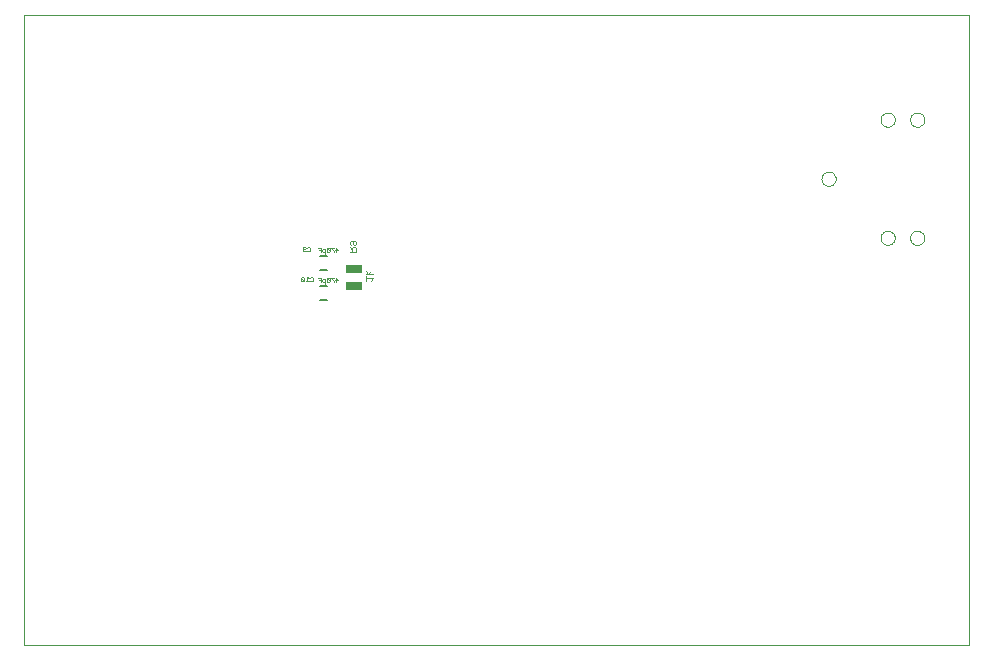
<source format=gbo>
G75*
%MOIN*%
%OFA0B0*%
%FSLAX24Y24*%
%IPPOS*%
%LPD*%
%AMOC8*
5,1,8,0,0,1.08239X$1,22.5*
%
%ADD10C,0.0000*%
%ADD11C,0.0060*%
%ADD12C,0.0010*%
%ADD13R,0.0551X0.0256*%
%ADD14C,0.0020*%
D10*
X001443Y000680D02*
X001443Y021676D01*
X032939Y021676D01*
X032939Y000680D01*
X001443Y000680D01*
X028038Y016230D02*
X028040Y016260D01*
X028046Y016290D01*
X028055Y016319D01*
X028068Y016346D01*
X028085Y016371D01*
X028104Y016394D01*
X028127Y016415D01*
X028152Y016432D01*
X028178Y016446D01*
X028207Y016456D01*
X028236Y016463D01*
X028266Y016466D01*
X028297Y016465D01*
X028327Y016460D01*
X028356Y016451D01*
X028383Y016439D01*
X028409Y016424D01*
X028433Y016405D01*
X028454Y016383D01*
X028472Y016359D01*
X028487Y016332D01*
X028498Y016304D01*
X028506Y016275D01*
X028510Y016245D01*
X028510Y016215D01*
X028506Y016185D01*
X028498Y016156D01*
X028487Y016128D01*
X028472Y016101D01*
X028454Y016077D01*
X028433Y016055D01*
X028409Y016036D01*
X028383Y016021D01*
X028356Y016009D01*
X028327Y016000D01*
X028297Y015995D01*
X028266Y015994D01*
X028236Y015997D01*
X028207Y016004D01*
X028178Y016014D01*
X028152Y016028D01*
X028127Y016045D01*
X028104Y016066D01*
X028085Y016089D01*
X028068Y016114D01*
X028055Y016141D01*
X028046Y016170D01*
X028040Y016200D01*
X028038Y016230D01*
X030007Y018199D02*
X030009Y018229D01*
X030015Y018259D01*
X030024Y018288D01*
X030037Y018315D01*
X030054Y018340D01*
X030073Y018363D01*
X030096Y018384D01*
X030121Y018401D01*
X030147Y018415D01*
X030176Y018425D01*
X030205Y018432D01*
X030235Y018435D01*
X030266Y018434D01*
X030296Y018429D01*
X030325Y018420D01*
X030352Y018408D01*
X030378Y018393D01*
X030402Y018374D01*
X030423Y018352D01*
X030441Y018328D01*
X030456Y018301D01*
X030467Y018273D01*
X030475Y018244D01*
X030479Y018214D01*
X030479Y018184D01*
X030475Y018154D01*
X030467Y018125D01*
X030456Y018097D01*
X030441Y018070D01*
X030423Y018046D01*
X030402Y018024D01*
X030378Y018005D01*
X030352Y017990D01*
X030325Y017978D01*
X030296Y017969D01*
X030266Y017964D01*
X030235Y017963D01*
X030205Y017966D01*
X030176Y017973D01*
X030147Y017983D01*
X030121Y017997D01*
X030096Y018014D01*
X030073Y018035D01*
X030054Y018058D01*
X030037Y018083D01*
X030024Y018110D01*
X030015Y018139D01*
X030009Y018169D01*
X030007Y018199D01*
X030991Y018199D02*
X030993Y018229D01*
X030999Y018259D01*
X031008Y018288D01*
X031021Y018315D01*
X031038Y018340D01*
X031057Y018363D01*
X031080Y018384D01*
X031105Y018401D01*
X031131Y018415D01*
X031160Y018425D01*
X031189Y018432D01*
X031219Y018435D01*
X031250Y018434D01*
X031280Y018429D01*
X031309Y018420D01*
X031336Y018408D01*
X031362Y018393D01*
X031386Y018374D01*
X031407Y018352D01*
X031425Y018328D01*
X031440Y018301D01*
X031451Y018273D01*
X031459Y018244D01*
X031463Y018214D01*
X031463Y018184D01*
X031459Y018154D01*
X031451Y018125D01*
X031440Y018097D01*
X031425Y018070D01*
X031407Y018046D01*
X031386Y018024D01*
X031362Y018005D01*
X031336Y017990D01*
X031309Y017978D01*
X031280Y017969D01*
X031250Y017964D01*
X031219Y017963D01*
X031189Y017966D01*
X031160Y017973D01*
X031131Y017983D01*
X031105Y017997D01*
X031080Y018014D01*
X031057Y018035D01*
X031038Y018058D01*
X031021Y018083D01*
X031008Y018110D01*
X030999Y018139D01*
X030993Y018169D01*
X030991Y018199D01*
X030991Y014261D02*
X030993Y014291D01*
X030999Y014321D01*
X031008Y014350D01*
X031021Y014377D01*
X031038Y014402D01*
X031057Y014425D01*
X031080Y014446D01*
X031105Y014463D01*
X031131Y014477D01*
X031160Y014487D01*
X031189Y014494D01*
X031219Y014497D01*
X031250Y014496D01*
X031280Y014491D01*
X031309Y014482D01*
X031336Y014470D01*
X031362Y014455D01*
X031386Y014436D01*
X031407Y014414D01*
X031425Y014390D01*
X031440Y014363D01*
X031451Y014335D01*
X031459Y014306D01*
X031463Y014276D01*
X031463Y014246D01*
X031459Y014216D01*
X031451Y014187D01*
X031440Y014159D01*
X031425Y014132D01*
X031407Y014108D01*
X031386Y014086D01*
X031362Y014067D01*
X031336Y014052D01*
X031309Y014040D01*
X031280Y014031D01*
X031250Y014026D01*
X031219Y014025D01*
X031189Y014028D01*
X031160Y014035D01*
X031131Y014045D01*
X031105Y014059D01*
X031080Y014076D01*
X031057Y014097D01*
X031038Y014120D01*
X031021Y014145D01*
X031008Y014172D01*
X030999Y014201D01*
X030993Y014231D01*
X030991Y014261D01*
X030007Y014261D02*
X030009Y014291D01*
X030015Y014321D01*
X030024Y014350D01*
X030037Y014377D01*
X030054Y014402D01*
X030073Y014425D01*
X030096Y014446D01*
X030121Y014463D01*
X030147Y014477D01*
X030176Y014487D01*
X030205Y014494D01*
X030235Y014497D01*
X030266Y014496D01*
X030296Y014491D01*
X030325Y014482D01*
X030352Y014470D01*
X030378Y014455D01*
X030402Y014436D01*
X030423Y014414D01*
X030441Y014390D01*
X030456Y014363D01*
X030467Y014335D01*
X030475Y014306D01*
X030479Y014276D01*
X030479Y014246D01*
X030475Y014216D01*
X030467Y014187D01*
X030456Y014159D01*
X030441Y014132D01*
X030423Y014108D01*
X030402Y014086D01*
X030378Y014067D01*
X030352Y014052D01*
X030325Y014040D01*
X030296Y014031D01*
X030266Y014026D01*
X030235Y014025D01*
X030205Y014028D01*
X030176Y014035D01*
X030147Y014045D01*
X030121Y014059D01*
X030096Y014076D01*
X030073Y014097D01*
X030054Y014120D01*
X030037Y014145D01*
X030024Y014172D01*
X030015Y014201D01*
X030009Y014231D01*
X030007Y014261D01*
D11*
X011561Y013666D02*
X011325Y013666D01*
X011325Y013194D02*
X011561Y013194D01*
X011561Y012666D02*
X011325Y012666D01*
X011325Y012194D02*
X011561Y012194D01*
D12*
X011496Y012735D02*
X011496Y012885D01*
X011421Y012885D01*
X011396Y012860D01*
X011396Y012810D01*
X011421Y012785D01*
X011496Y012785D01*
X011543Y012810D02*
X011568Y012785D01*
X011618Y012785D01*
X011643Y012810D01*
X011543Y012910D01*
X011543Y012810D01*
X011543Y012910D02*
X011568Y012935D01*
X011618Y012935D01*
X011643Y012910D01*
X011643Y012810D01*
X011690Y012910D02*
X011791Y012810D01*
X011791Y012785D01*
X011863Y012785D02*
X011863Y012935D01*
X011938Y012860D01*
X011838Y012860D01*
X011791Y012935D02*
X011690Y012935D01*
X011690Y012910D01*
X011349Y012935D02*
X011248Y012935D01*
X011299Y012860D02*
X011349Y012860D01*
X011349Y012785D02*
X011349Y012935D01*
X011088Y012935D02*
X011063Y012960D01*
X011013Y012960D01*
X010988Y012935D01*
X010941Y012910D02*
X010890Y012960D01*
X010890Y012810D01*
X010840Y012810D02*
X010941Y012810D01*
X010988Y012835D02*
X011013Y012810D01*
X011063Y012810D01*
X011088Y012835D01*
X011088Y012935D01*
X010793Y012935D02*
X010768Y012960D01*
X010718Y012960D01*
X010693Y012935D01*
X010793Y012835D01*
X010768Y012810D01*
X010718Y012810D01*
X010693Y012835D01*
X010693Y012935D01*
X010793Y012935D02*
X010793Y012835D01*
X010816Y013810D02*
X010765Y013810D01*
X010740Y013835D01*
X010740Y013935D01*
X010765Y013960D01*
X010816Y013960D01*
X010841Y013935D01*
X010841Y013910D01*
X010816Y013885D01*
X010740Y013885D01*
X010816Y013810D02*
X010841Y013835D01*
X010888Y013835D02*
X010913Y013810D01*
X010963Y013810D01*
X010988Y013835D01*
X010988Y013935D01*
X010963Y013960D01*
X010913Y013960D01*
X010888Y013935D01*
X011248Y013935D02*
X011349Y013935D01*
X011349Y013785D01*
X011396Y013810D02*
X011421Y013785D01*
X011496Y013785D01*
X011496Y013735D02*
X011496Y013885D01*
X011421Y013885D01*
X011396Y013860D01*
X011396Y013810D01*
X011349Y013860D02*
X011299Y013860D01*
X011543Y013910D02*
X011543Y013810D01*
X011568Y013785D01*
X011618Y013785D01*
X011643Y013810D01*
X011543Y013910D01*
X011568Y013935D01*
X011618Y013935D01*
X011643Y013910D01*
X011643Y013810D01*
X011690Y013910D02*
X011791Y013810D01*
X011791Y013785D01*
X011863Y013785D02*
X011863Y013935D01*
X011938Y013860D01*
X011838Y013860D01*
X011791Y013935D02*
X011690Y013935D01*
X011690Y013910D01*
D13*
X012442Y013222D03*
X012442Y012642D03*
D14*
X012863Y012835D02*
X012863Y012982D01*
X012863Y012908D02*
X013083Y012908D01*
X013010Y012835D01*
X013083Y013056D02*
X012863Y013056D01*
X012936Y013056D02*
X013010Y013166D01*
X012936Y013056D02*
X012863Y013166D01*
X012533Y013798D02*
X012313Y013798D01*
X012386Y013798D02*
X012386Y013908D01*
X012423Y013945D01*
X012496Y013945D01*
X012533Y013908D01*
X012533Y013798D01*
X012386Y013871D02*
X012313Y013945D01*
X012350Y014019D02*
X012313Y014056D01*
X012313Y014129D01*
X012350Y014166D01*
X012496Y014166D01*
X012533Y014129D01*
X012533Y014056D01*
X012496Y014019D01*
X012460Y014019D01*
X012423Y014056D01*
X012423Y014166D01*
M02*

</source>
